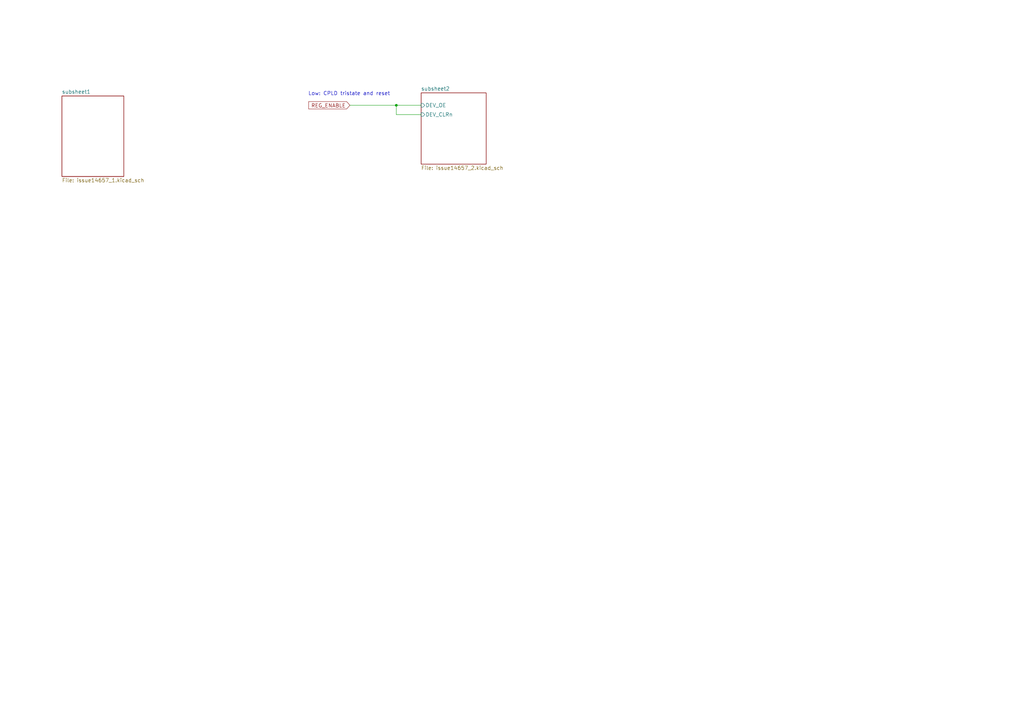
<source format=kicad_sch>
(kicad_sch (version 20230121) (generator eeschema)
  (paper "A3")
  (lib_symbols)
  (junction (at 162.56 43.18))
  (wire (pts (xy 162.56 43.18) (xy 162.56 46.99)))
  (wire (pts (xy 143.51 43.18) (xy 162.56 43.18)))
  (wire (pts (xy 172.72 43.18) (xy 162.56 43.18)))
  (wire (pts (xy 172.72 46.99) (xy 162.56 46.99)))
  (text "Low: CPLD tristate and reset" (at 160.02 39.37 0) (effects (font (size 1.524 1.524)) (justify right bottom)))
  (global_label "REG_ENABLE" (shape input) (at 143.51 43.18 180) (effects (font (size 1.524 1.524))) (property "Intersheetrefs" "${INTERSHEET_REFS}" (effects hide)))
  (sheet (at 25.4 39.37) (size 25.4 33.02)
    (property "Sheetname" "subsheet1" (at 25.4 38.5314 0) (effects (font (size 1.524 1.524)) (justify left bottom)))
    (property "Sheetfile" "issue14657_1.kicad_sch" (at 25.4 73.0762 0) (effects (font (size 1.524 1.524)) (justify left top)))
  )
  (sheet (at 172.72 38.1) (size 26.67 29.21)
    (property "Sheetname" "subsheet2" (at 172.72 37.2614 0) (effects (font (size 1.524 1.524)) (justify left bottom)))
    (property "Sheetfile" "issue14657_2.kicad_sch" (at 172.72 67.9962 0) (effects (font (size 1.524 1.524)) (justify left top)))
    (pin "DEV_OE" input (at 172.72 43.18 180) (effects (font (size 1.524 1.524))))
    (pin "DEV_CLRn" input (at 172.72 46.99 180) (effects (font (size 1.524 1.524))))
  )
)
</source>
